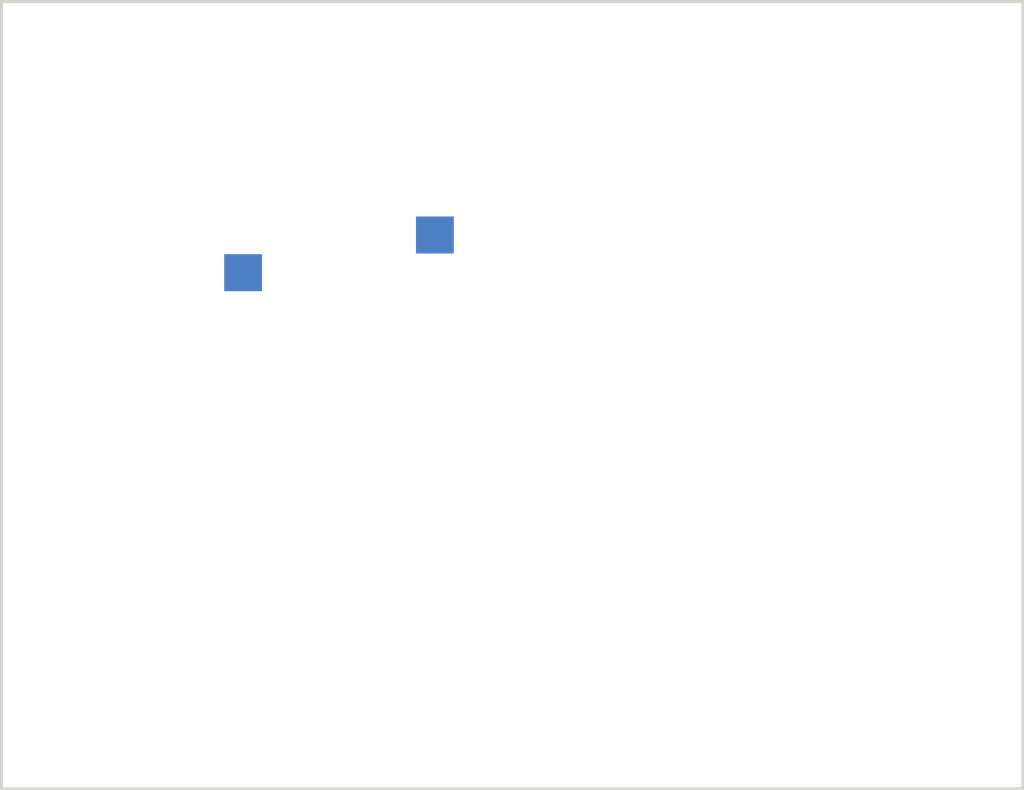
<source format=kicad_pcb>
(kicad_pcb (version 20211014) (generator pcbnew)
  (layers (0 "F.Cu" signal) (31 "B.Cu" signal) (34 "B.Paste" user) (35 "F.Paste" user) (36 "B.SilkS" user "B.Silkscreen") (37 "F.SilkS" user "F.Silkscreen") (38 "B.Mask" user) (39 "F.Mask" user) (44 "Edge.Cuts" user))
  (net 0 "")
  (footprint "MX_Alps_Hybrid:MXOnly-1U-Hotswap" (layer "F.Cu") (at 51.562 40.132)
    (fp_text reference "REF**")
    (fp_text value "1U")
    (pad "" np_thru_hole circle locked (at -5.08 0 48.0996) (size 1.75 1.75) (drill 1.75) (layers *.Cu *.Mask))
    (pad "" np_thru_hole circle locked (at 0 0) (size 3.9878 3.9878) (drill 3.9878) (layers *.Cu *.Mask))
    (pad "" np_thru_hole circle locked (at 5.08 0 48.0996) (size 1.75 1.75) (drill 1.75) (layers *.Cu *.Mask))
    (pad "" np_thru_hole circle locked (at 2.54 -5.08) (size 3 3) (drill 3) (layers *.Cu *.Mask))
    (pad "" np_thru_hole circle locked (at -3.81 -2.54) (size 3 3) (drill 3) (layers *.Cu *.Mask))
    (pad "1" smd rect locked (at -7.085 -2.54) (size 2.55 2.5) (layers "B.Cu" "B.Paste" "B.Mask"))
    (pad "2" smd rect locked (at 5.842 -5.08) (size 2.55 2.5) (layers "B.Cu" "B.Paste" "B.Mask"))
  )
  (gr_rect (start 97.028 19.304) (end 28.194 72.39) (layer "Edge.Cuts") (width 0.2) (fill none))
)
</source>
